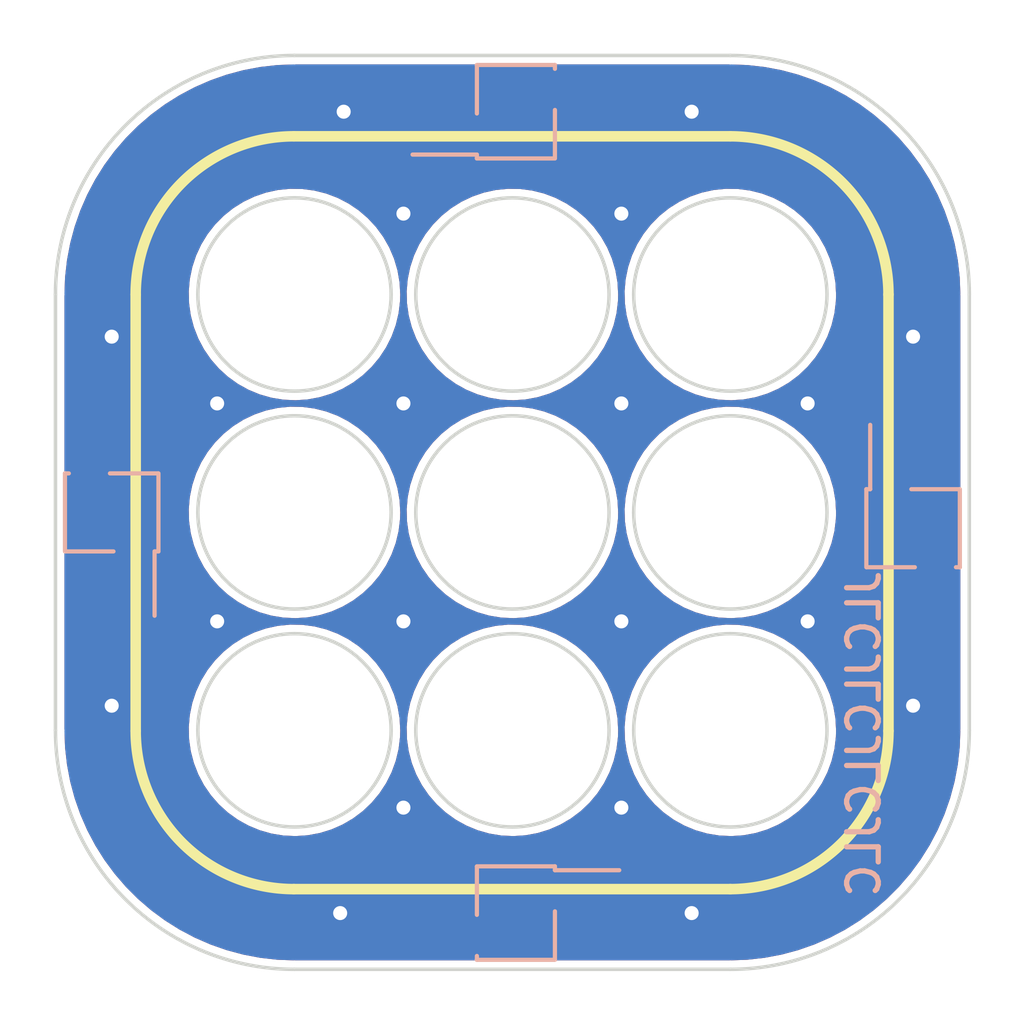
<source format=kicad_pcb>
(kicad_pcb (version 20211014) (generator pcbnew)
  (layers (0 "F.Cu" signal) (31 "B.Cu" signal) (34 "B.Paste" user) (35 "F.Paste" user) (36 "B.SilkS" user "B.Silkscreen") (37 "F.SilkS" user "F.Silkscreen") (38 "B.Mask" user) (39 "F.Mask" user) (44 "Edge.Cuts" user))
  (net 0 "")
  (net 1 "/TOUCHPAD")
  (footprint "Connector_PinHeader_1.27mm:PinHeader_1x02_P1.27mm_Vertical_SMD_Pin1Left" (layer "B.Cu") (at 56.3 44.8)
    (fp_text reference "J1" hide)
    (fp_text value "Conn_01x02_Male")
    (fp_line (start -1.11 1.22) (end -2.94 1.22) (layer "B.SilkS") (width 0.12))
    (fp_line (start -1.11 -1.33) (end 1.11 -1.33) (layer "B.SilkS") (width 0.12))
    (fp_line (start -1.11 0.05) (end -1.11 -1.32) (layer "B.SilkS") (width 0.12))
    (fp_line (start 1.11 1.32) (end 1.11 -0.05) (layer "B.SilkS") (width 0.12))
    (fp_line (start -1.11 1.33) (end 1.11 1.33) (layer "B.SilkS") (width 0.12))
    (fp_line (start -1.11 1.33) (end -1.11 1.22) (layer "B.SilkS") (width 0.12))
    (fp_line (start 1.11 -1.22) (end 1.11 -1.33) (layer "B.SilkS") (width 0.12))
    (pad "1" smd rect (at -1.5 0.635) (size 3 0.65) (layers "B.Cu" "B.Paste" "B.Mask") (net 1 "/TOUCHPAD"))
    (pad "2" smd rect (at 1.5 -0.635) (size 3 0.65) (layers "B.Cu" "B.Paste" "B.Mask") (net 1 "/TOUCHPAD"))
  )
  (footprint "Connector_PinHeader_1.27mm:PinHeader_1x02_P1.27mm_Vertical_SMD_Pin1Left" (layer "B.Cu") (at 67.6 56.65 -90)
    (fp_text reference "J4" hide)
    (fp_text value "Conn_01x02_Male")
    (fp_line (start -1.11 0.05) (end -1.11 -1.32) (layer "B.SilkS") (width 0.12))
    (fp_line (start -1.11 1.22) (end -2.94 1.22) (layer "B.SilkS") (width 0.12))
    (fp_line (start -1.11 1.33) (end -1.11 1.22) (layer "B.SilkS") (width 0.12))
    (fp_line (start 1.11 1.32) (end 1.11 -0.05) (layer "B.SilkS") (width 0.12))
    (fp_line (start -1.11 1.33) (end 1.11 1.33) (layer "B.SilkS") (width 0.12))
    (fp_line (start -1.11 -1.33) (end 1.11 -1.33) (layer "B.SilkS") (width 0.12))
    (fp_line (start 1.11 -1.22) (end 1.11 -1.33) (layer "B.SilkS") (width 0.12))
    (pad "1" smd rect (at -1.5 0.635 270) (size 3 0.65) (layers "B.Cu" "B.Paste" "B.Mask") (net 1 "/TOUCHPAD"))
    (pad "2" smd rect (at 1.5 -0.635 270) (size 3 0.65) (layers "B.Cu" "B.Paste" "B.Mask") (net 1 "/TOUCHPAD"))
  )
  (footprint "Connector_PinHeader_1.27mm:PinHeader_1x02_P1.27mm_Vertical_SMD_Pin1Left" (layer "B.Cu") (at 56.3 67.6 180)
    (fp_text reference "J3" hide)
    (fp_text value "Conn_01x02_Male")
    (fp_line (start -1.11 1.33) (end -1.11 1.22) (layer "B.SilkS") (width 0.12))
    (fp_line (start -1.11 1.22) (end -2.94 1.22) (layer "B.SilkS") (width 0.12))
    (fp_line (start -1.11 0.05) (end -1.11 -1.32) (layer "B.SilkS") (width 0.12))
    (fp_line (start -1.11 -1.33) (end 1.11 -1.33) (layer "B.SilkS") (width 0.12))
    (fp_line (start 1.11 1.32) (end 1.11 -0.05) (layer "B.SilkS") (width 0.12))
    (fp_line (start -1.11 1.33) (end 1.11 1.33) (layer "B.SilkS") (width 0.12))
    (fp_line (start 1.11 -1.22) (end 1.11 -1.33) (layer "B.SilkS") (width 0.12))
    (pad "1" smd rect (at -1.5 0.635 180) (size 3 0.65) (layers "B.Cu" "B.Paste" "B.Mask") (net 1 "/TOUCHPAD"))
    (pad "2" smd rect (at 1.5 -0.635 180) (size 3 0.65) (layers "B.Cu" "B.Paste" "B.Mask") (net 1 "/TOUCHPAD"))
  )
  (footprint "Connector_PinHeader_1.27mm:PinHeader_1x02_P1.27mm_Vertical_SMD_Pin1Left" (layer "B.Cu") (at 44.8 56.2 90)
    (fp_text reference "J2" hide)
    (fp_text value "Conn_01x02_Male")
    (fp_line (start -1.11 0.05) (end -1.11 -1.32) (layer "B.SilkS") (width 0.12))
    (fp_line (start -1.11 1.33) (end -1.11 1.22) (layer "B.SilkS") (width 0.12))
    (fp_line (start 1.11 1.32) (end 1.11 -0.05) (layer "B.SilkS") (width 0.12))
    (fp_line (start -1.11 1.22) (end -2.94 1.22) (layer "B.SilkS") (width 0.12))
    (fp_line (start -1.11 1.33) (end 1.11 1.33) (layer "B.SilkS") (width 0.12))
    (fp_line (start 1.11 -1.22) (end 1.11 -1.33) (layer "B.SilkS") (width 0.12))
    (fp_line (start -1.11 -1.33) (end 1.11 -1.33) (layer "B.SilkS") (width 0.12))
    (pad "1" smd rect (at -1.5 0.635 90) (size 3 0.65) (layers "B.Cu" "B.Paste" "B.Mask") (net 1 "/TOUCHPAD"))
    (pad "2" smd rect (at 1.5 -0.635 90) (size 3 0.65) (layers "B.Cu" "B.Paste" "B.Mask") (net 1 "/TOUCHPAD"))
  )
  (gr_line (start 62.4 66.918019) (end 49.981981 66.918019) (layer "F.SilkS") (width 0.3))
  (gr_arc (start 45.481981 50) (mid 46.8 46.818019) (end 49.981981 45.5) (layer "F.SilkS") (width 0.3))
  (gr_arc (start 49.981981 66.918019) (mid 46.8 65.6) (end 45.481981 62.418019) (layer "F.SilkS") (width 0.3))
  (gr_arc (start 66.9 62.418019) (mid 65.581981 65.6) (end 62.4 66.918019) (layer "F.SilkS") (width 0.3))
  (gr_line (start 66.9 50) (end 66.9 62.418019) (layer "F.SilkS") (width 0.3))
  (gr_line (start 49.981981 45.5) (end 62.4 45.5) (layer "F.SilkS") (width 0.3))
  (gr_line (start 45.481981 62.418019) (end 45.481981 50) (layer "F.SilkS") (width 0.3))
  (gr_arc (start 62.4 45.5) (mid 65.581981 46.818019) (end 66.9 50) (layer "F.SilkS") (width 0.3))
  (gr_circle (center 56.2 62.4) (end 58.95 62.4) (layer "Edge.Cuts") (width 0.1) (fill none))
  (gr_circle (center 50 62.4) (end 52.75 62.4) (layer "Edge.Cuts") (width 0.1) (fill none))
  (gr_line (start 43.2 62.4) (end 43.2 50) (layer "Edge.Cuts") (width 0.1))
  (gr_line (start 50 43.2) (end 62.4 43.2) (layer "Edge.Cuts") (width 0.1))
  (gr_arc (start 50 69.2) (mid 45.191674 67.208326) (end 43.2 62.4) (layer "Edge.Cuts") (width 0.1))
  (gr_circle (center 62.4 56.2) (end 65.15 56.2) (layer "Edge.Cuts") (width 0.1) (fill none))
  (gr_circle (center 56.2 56.2) (end 58.95 56.2) (layer "Edge.Cuts") (width 0.1) (fill none))
  (gr_circle (center 62.4 62.4) (end 65.15 62.4) (layer "Edge.Cuts") (width 0.1) (fill none))
  (gr_arc (start 43.2 50) (mid 45.191674 45.191674) (end 50 43.2) (layer "Edge.Cuts") (width 0.1))
  (gr_arc (start 62.4 43.2) (mid 67.208326 45.191674) (end 69.2 50) (layer "Edge.Cuts") (width 0.1))
  (gr_circle (center 56.2 50) (end 58.95 50) (layer "Edge.Cuts") (width 0.1) (fill none))
  (gr_arc (start 69.2 62.4) (mid 67.208326 67.208326) (end 62.4 69.2) (layer "Edge.Cuts") (width 0.1))
  (gr_circle (center 50 56.2) (end 52.75 56.2) (layer "Edge.Cuts") (width 0.1) (fill none))
  (gr_line (start 69.2 50) (end 69.2 62.4) (layer "Edge.Cuts") (width 0.1))
  (gr_circle (center 50 50) (end 52.75 50) (layer "Edge.Cuts") (width 0.1) (fill none))
  (gr_line (start 62.4 69.2) (end 50 69.2) (layer "Edge.Cuts") (width 0.1))
  (gr_circle (center 62.4 50) (end 65.15 50) (layer "Edge.Cuts") (width 0.1) (fill none))
  (gr_text "JLCJLCJLCJLC" (at 66.2 62.5 90) (layer "B.SilkS") (effects (font (size 0.9 0.9)) (justify mirror)))
  (via (at 64.6 53.1) (size 0.8) (drill 0.4) (layers "F.Cu" "B.Cu") (net 1))
  (via (at 59.3 59.3) (size 0.8) (drill 0.4) (layers "F.Cu" "B.Cu") (net 1))
  (via (at 64.6 59.3) (size 0.8) (drill 0.4) (layers "F.Cu" "B.Cu") (net 1))
  (via (at 59.3 64.6) (size 0.8) (drill 0.4) (layers "F.Cu" "B.Cu") (net 1))
  (via (at 53.1 64.6) (size 0.8) (drill 0.4) (layers "F.Cu" "B.Cu") (net 1))
  (via (at 59.3 53.1) (size 0.8) (drill 0.4) (layers "F.Cu" "B.Cu") (net 1))
  (via (at 59.3 47.7) (size 0.8) (drill 0.4) (layers "F.Cu" "B.Cu") (net 1))
  (via (at 53.1 59.3) (size 0.8) (drill 0.4) (layers "F.Cu" "B.Cu") (net 1))
  (via (at 51.4 44.8) (size 0.8) (drill 0.4) (layers "F.Cu" "B.Cu") (net 1))
  (via (at 51.3 67.6) (size 0.8) (drill 0.4) (layers "F.Cu" "B.Cu") (net 1))
  (via (at 47.8 53.1) (size 0.8) (drill 0.4) (layers "F.Cu" "B.Cu") (net 1))
  (via (at 44.8 51.2) (size 0.8) (drill 0.4) (layers "F.Cu" "B.Cu") (net 1))
  (via (at 44.8 61.7) (size 0.8) (drill 0.4) (layers "F.Cu" "B.Cu") (net 1))
  (via (at 61.3 44.8) (size 0.8) (drill 0.4) (layers "F.Cu" "B.Cu") (net 1))
  (via (at 67.6 51.2) (size 0.8) (drill 0.4) (layers "F.Cu" "B.Cu") (net 1))
  (via (at 61.3 67.6) (size 0.8) (drill 0.4) (layers "F.Cu" "B.Cu") (net 1))
  (via (at 47.8 59.3) (size 0.8) (drill 0.4) (layers "F.Cu" "B.Cu") (net 1))
  (via (at 53.1 53.1) (size 0.8) (drill 0.4) (layers "F.Cu" "B.Cu") (net 1))
  (via (at 53.1 47.7) (size 0.8) (drill 0.4) (layers "F.Cu" "B.Cu") (net 1))
  (via (at 67.6 61.7) (size 0.8) (drill 0.4) (layers "F.Cu" "B.Cu") (net 1))
  (zone (net 1) (net_name "/TOUCHPAD") (layers F&B.Cu) (connect_pads yes (clearance 0.254)) (min_thickness 0.18) (fill yes (thermal_gap 0.508) (thermal_bridge_width 0.508))
    (polygon (pts (xy 69.4 69.4) (xy 43 69.4) (xy 43 43) (xy 69.4 43)))
  )
)
</source>
